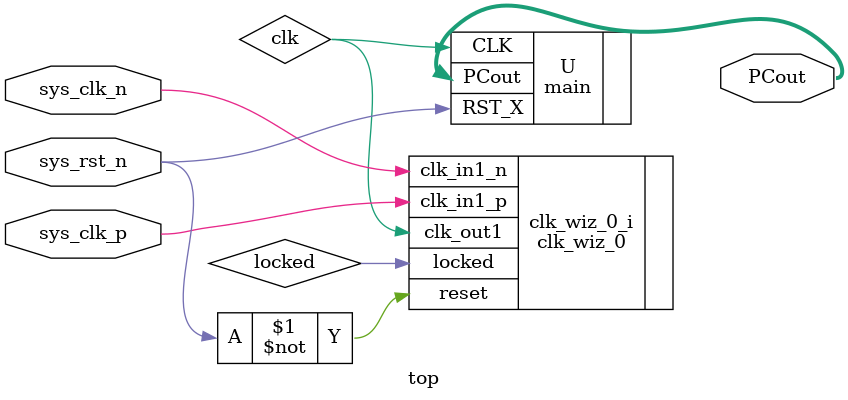
<source format=v>
`default_nettype none

module top(
	   input wire sys_clk_p,
	   input wire sys_clk_n,
	   input wire sys_rst_n,
	   output wire [31:0] PCout
	   );

    wire clk;
    wire locked;
    wire rst_n;

    clk_wiz_0 clk_wiz_0_i
      (
       .clk_out1(clk),
       .reset(~sys_rst_n),
       .locked(locked),
       .clk_in1_p(sys_clk_p),
       .clk_in1_n(sys_clk_n)
       );

    main U(
	   .CLK(clk),
	   .RST_X(sys_rst_n),
	   .PCout(PCout)
	   );

endmodule // top

`default_nettype wire

</source>
